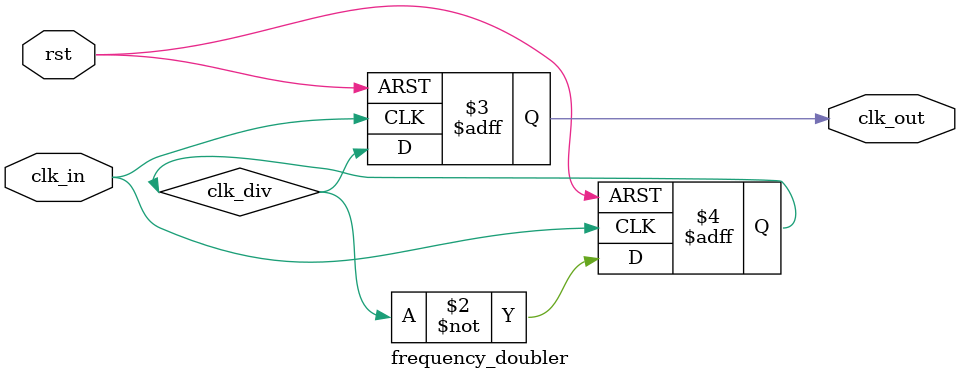
<source format=v>
`timescale 1ns / 1ps


module frequency_doubler (
    input wire clk_in,  // 輸入時鐘
    input wire rst,     // 重置信號
    output reg clk_out // 輸出時鐘（倍頻後）
);

reg clk_div;  // 用於時鐘分頻的中間信號

// 使用寄存器來控制倍頻
always @(posedge clk_in or posedge rst) begin
    if (rst) begin
        clk_div <= 0;
        clk_out <= 0;
    end else begin
        // 每次輸入時鐘的上升沿時翻轉 clk_div
        clk_div <= ~clk_div;
        // 輸出時鐘在 clk_div 翻轉時改變
        clk_out <= clk_div;
    end
end

endmodule


</source>
